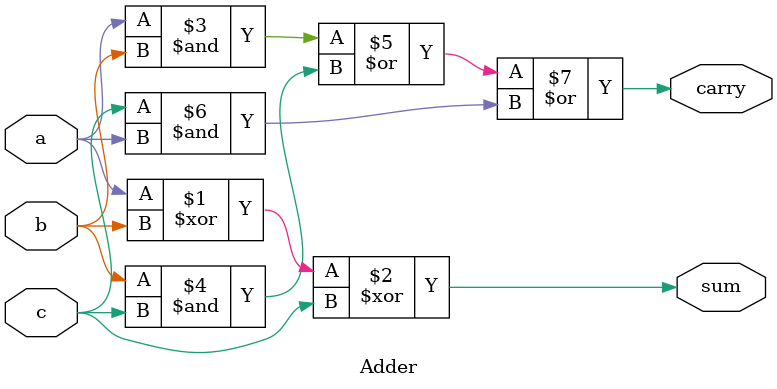
<source format=v>
module Adder(a,b,c,sum,carry);
input a,b,c;
output sum,carry;
assign sum = a^b^c;
assign carry = (a&b)|(b&c)|(c&a);
endmodule
</source>
